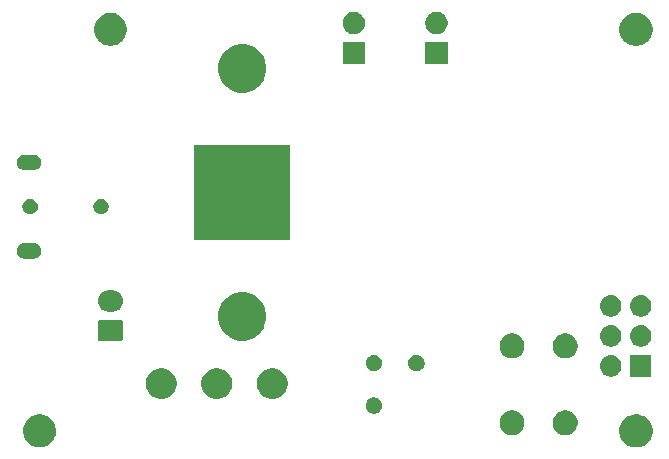
<source format=gbs>
G04 #@! TF.GenerationSoftware,KiCad,Pcbnew,5.1.4-e60b266~84~ubuntu18.04.1*
G04 #@! TF.CreationDate,2019-10-05T11:36:13+05:30*
G04 #@! TF.ProjectId,SensePi_rev5_main,53656e73-6550-4695-9f72-6576355f6d61,rev?*
G04 #@! TF.SameCoordinates,Original*
G04 #@! TF.FileFunction,Soldermask,Bot*
G04 #@! TF.FilePolarity,Negative*
%FSLAX46Y46*%
G04 Gerber Fmt 4.6, Leading zero omitted, Abs format (unit mm)*
G04 Created by KiCad (PCBNEW 5.1.4-e60b266~84~ubuntu18.04.1) date 2019-10-05 11:36:13*
%MOMM*%
%LPD*%
G04 APERTURE LIST*
%ADD10C,0.100000*%
G04 APERTURE END LIST*
D10*
G36*
X63793972Y-45630027D02*
G01*
X63908657Y-45652839D01*
X64014267Y-45696585D01*
X64163621Y-45758449D01*
X64163622Y-45758450D01*
X64393086Y-45911772D01*
X64588228Y-46106914D01*
X64690675Y-46260237D01*
X64741551Y-46336379D01*
X64769359Y-46403514D01*
X64847161Y-46591343D01*
X64901000Y-46862014D01*
X64901000Y-47137986D01*
X64858630Y-47351000D01*
X64847161Y-47408656D01*
X64741551Y-47663621D01*
X64741550Y-47663622D01*
X64588228Y-47893086D01*
X64393086Y-48088228D01*
X64239763Y-48190675D01*
X64163621Y-48241551D01*
X64014267Y-48303415D01*
X63908657Y-48347161D01*
X63818433Y-48365107D01*
X63637988Y-48401000D01*
X63362012Y-48401000D01*
X63181567Y-48365107D01*
X63091343Y-48347161D01*
X62985733Y-48303415D01*
X62836379Y-48241551D01*
X62760237Y-48190675D01*
X62606914Y-48088228D01*
X62411772Y-47893086D01*
X62258450Y-47663622D01*
X62258449Y-47663621D01*
X62152839Y-47408656D01*
X62141371Y-47351000D01*
X62099000Y-47137986D01*
X62099000Y-46862014D01*
X62152839Y-46591343D01*
X62230641Y-46403514D01*
X62258449Y-46336379D01*
X62309325Y-46260237D01*
X62411772Y-46106914D01*
X62606914Y-45911772D01*
X62836378Y-45758450D01*
X62836379Y-45758449D01*
X62985733Y-45696585D01*
X63091343Y-45652839D01*
X63206028Y-45630027D01*
X63362012Y-45599000D01*
X63637988Y-45599000D01*
X63793972Y-45630027D01*
X63793972Y-45630027D01*
G37*
G36*
X13293972Y-45630027D02*
G01*
X13408657Y-45652839D01*
X13514267Y-45696585D01*
X13663621Y-45758449D01*
X13663622Y-45758450D01*
X13893086Y-45911772D01*
X14088228Y-46106914D01*
X14190675Y-46260237D01*
X14241551Y-46336379D01*
X14269359Y-46403514D01*
X14347161Y-46591343D01*
X14401000Y-46862014D01*
X14401000Y-47137986D01*
X14358630Y-47351000D01*
X14347161Y-47408656D01*
X14241551Y-47663621D01*
X14241550Y-47663622D01*
X14088228Y-47893086D01*
X13893086Y-48088228D01*
X13739763Y-48190675D01*
X13663621Y-48241551D01*
X13514267Y-48303415D01*
X13408657Y-48347161D01*
X13318433Y-48365107D01*
X13137988Y-48401000D01*
X12862012Y-48401000D01*
X12681567Y-48365107D01*
X12591343Y-48347161D01*
X12485733Y-48303415D01*
X12336379Y-48241551D01*
X12260237Y-48190675D01*
X12106914Y-48088228D01*
X11911772Y-47893086D01*
X11758450Y-47663622D01*
X11758449Y-47663621D01*
X11652839Y-47408656D01*
X11641371Y-47351000D01*
X11599000Y-47137986D01*
X11599000Y-46862014D01*
X11652839Y-46591343D01*
X11730641Y-46403514D01*
X11758449Y-46336379D01*
X11809325Y-46260237D01*
X11911772Y-46106914D01*
X12106914Y-45911772D01*
X12336378Y-45758450D01*
X12336379Y-45758449D01*
X12485733Y-45696585D01*
X12591343Y-45652839D01*
X12706028Y-45630027D01*
X12862012Y-45599000D01*
X13137988Y-45599000D01*
X13293972Y-45630027D01*
X13293972Y-45630027D01*
G37*
G36*
X57806564Y-45289389D02*
G01*
X57997833Y-45368615D01*
X57997835Y-45368616D01*
X58169973Y-45483635D01*
X58316365Y-45630027D01*
X58402175Y-45758450D01*
X58431385Y-45802167D01*
X58510611Y-45993436D01*
X58551000Y-46196484D01*
X58551000Y-46403516D01*
X58510611Y-46606564D01*
X58431385Y-46797833D01*
X58431384Y-46797835D01*
X58316365Y-46969973D01*
X58169973Y-47116365D01*
X57997835Y-47231384D01*
X57997834Y-47231385D01*
X57997833Y-47231385D01*
X57806564Y-47310611D01*
X57603516Y-47351000D01*
X57396484Y-47351000D01*
X57193436Y-47310611D01*
X57002167Y-47231385D01*
X57002166Y-47231385D01*
X57002165Y-47231384D01*
X56830027Y-47116365D01*
X56683635Y-46969973D01*
X56568616Y-46797835D01*
X56568615Y-46797833D01*
X56489389Y-46606564D01*
X56449000Y-46403516D01*
X56449000Y-46196484D01*
X56489389Y-45993436D01*
X56568615Y-45802167D01*
X56597826Y-45758450D01*
X56683635Y-45630027D01*
X56830027Y-45483635D01*
X57002165Y-45368616D01*
X57002167Y-45368615D01*
X57193436Y-45289389D01*
X57396484Y-45249000D01*
X57603516Y-45249000D01*
X57806564Y-45289389D01*
X57806564Y-45289389D01*
G37*
G36*
X53306564Y-45289389D02*
G01*
X53497833Y-45368615D01*
X53497835Y-45368616D01*
X53669973Y-45483635D01*
X53816365Y-45630027D01*
X53902175Y-45758450D01*
X53931385Y-45802167D01*
X54010611Y-45993436D01*
X54051000Y-46196484D01*
X54051000Y-46403516D01*
X54010611Y-46606564D01*
X53931385Y-46797833D01*
X53931384Y-46797835D01*
X53816365Y-46969973D01*
X53669973Y-47116365D01*
X53497835Y-47231384D01*
X53497834Y-47231385D01*
X53497833Y-47231385D01*
X53306564Y-47310611D01*
X53103516Y-47351000D01*
X52896484Y-47351000D01*
X52693436Y-47310611D01*
X52502167Y-47231385D01*
X52502166Y-47231385D01*
X52502165Y-47231384D01*
X52330027Y-47116365D01*
X52183635Y-46969973D01*
X52068616Y-46797835D01*
X52068615Y-46797833D01*
X51989389Y-46606564D01*
X51949000Y-46403516D01*
X51949000Y-46196484D01*
X51989389Y-45993436D01*
X52068615Y-45802167D01*
X52097826Y-45758450D01*
X52183635Y-45630027D01*
X52330027Y-45483635D01*
X52502165Y-45368616D01*
X52502167Y-45368615D01*
X52693436Y-45289389D01*
X52896484Y-45249000D01*
X53103516Y-45249000D01*
X53306564Y-45289389D01*
X53306564Y-45289389D01*
G37*
G36*
X41508473Y-44171938D02*
G01*
X41636049Y-44224782D01*
X41750859Y-44301495D01*
X41848505Y-44399141D01*
X41925218Y-44513951D01*
X41978062Y-44641527D01*
X42005000Y-44776956D01*
X42005000Y-44915044D01*
X41978062Y-45050473D01*
X41925218Y-45178049D01*
X41848505Y-45292859D01*
X41750859Y-45390505D01*
X41636049Y-45467218D01*
X41508473Y-45520062D01*
X41373044Y-45547000D01*
X41234956Y-45547000D01*
X41099527Y-45520062D01*
X40971951Y-45467218D01*
X40857141Y-45390505D01*
X40759495Y-45292859D01*
X40682782Y-45178049D01*
X40629938Y-45050473D01*
X40603000Y-44915044D01*
X40603000Y-44776956D01*
X40629938Y-44641527D01*
X40682782Y-44513951D01*
X40759495Y-44399141D01*
X40857141Y-44301495D01*
X40971951Y-44224782D01*
X41099527Y-44171938D01*
X41234956Y-44145000D01*
X41373044Y-44145000D01*
X41508473Y-44171938D01*
X41508473Y-44171938D01*
G37*
G36*
X23679487Y-41748996D02*
G01*
X23914804Y-41846468D01*
X23916255Y-41847069D01*
X23958383Y-41875218D01*
X24129339Y-41989447D01*
X24310553Y-42170661D01*
X24452932Y-42383747D01*
X24551004Y-42620513D01*
X24601000Y-42871861D01*
X24601000Y-43128139D01*
X24551004Y-43379487D01*
X24452932Y-43616253D01*
X24452931Y-43616255D01*
X24310553Y-43829339D01*
X24129339Y-44010553D01*
X23916255Y-44152931D01*
X23916254Y-44152932D01*
X23916253Y-44152932D01*
X23679487Y-44251004D01*
X23428139Y-44301000D01*
X23171861Y-44301000D01*
X22920513Y-44251004D01*
X22683747Y-44152932D01*
X22683746Y-44152932D01*
X22683745Y-44152931D01*
X22470661Y-44010553D01*
X22289447Y-43829339D01*
X22147069Y-43616255D01*
X22147068Y-43616253D01*
X22048996Y-43379487D01*
X21999000Y-43128139D01*
X21999000Y-42871861D01*
X22048996Y-42620513D01*
X22147068Y-42383747D01*
X22289447Y-42170661D01*
X22470661Y-41989447D01*
X22641617Y-41875218D01*
X22683745Y-41847069D01*
X22685196Y-41846468D01*
X22920513Y-41748996D01*
X23171861Y-41699000D01*
X23428139Y-41699000D01*
X23679487Y-41748996D01*
X23679487Y-41748996D01*
G37*
G36*
X33079487Y-41748996D02*
G01*
X33314804Y-41846468D01*
X33316255Y-41847069D01*
X33358383Y-41875218D01*
X33529339Y-41989447D01*
X33710553Y-42170661D01*
X33852932Y-42383747D01*
X33951004Y-42620513D01*
X34001000Y-42871861D01*
X34001000Y-43128139D01*
X33951004Y-43379487D01*
X33852932Y-43616253D01*
X33852931Y-43616255D01*
X33710553Y-43829339D01*
X33529339Y-44010553D01*
X33316255Y-44152931D01*
X33316254Y-44152932D01*
X33316253Y-44152932D01*
X33079487Y-44251004D01*
X32828139Y-44301000D01*
X32571861Y-44301000D01*
X32320513Y-44251004D01*
X32083747Y-44152932D01*
X32083746Y-44152932D01*
X32083745Y-44152931D01*
X31870661Y-44010553D01*
X31689447Y-43829339D01*
X31547069Y-43616255D01*
X31547068Y-43616253D01*
X31448996Y-43379487D01*
X31399000Y-43128139D01*
X31399000Y-42871861D01*
X31448996Y-42620513D01*
X31547068Y-42383747D01*
X31689447Y-42170661D01*
X31870661Y-41989447D01*
X32041617Y-41875218D01*
X32083745Y-41847069D01*
X32085196Y-41846468D01*
X32320513Y-41748996D01*
X32571861Y-41699000D01*
X32828139Y-41699000D01*
X33079487Y-41748996D01*
X33079487Y-41748996D01*
G37*
G36*
X28379487Y-41748996D02*
G01*
X28614804Y-41846468D01*
X28616255Y-41847069D01*
X28658383Y-41875218D01*
X28829339Y-41989447D01*
X29010553Y-42170661D01*
X29152932Y-42383747D01*
X29251004Y-42620513D01*
X29301000Y-42871861D01*
X29301000Y-43128139D01*
X29251004Y-43379487D01*
X29152932Y-43616253D01*
X29152931Y-43616255D01*
X29010553Y-43829339D01*
X28829339Y-44010553D01*
X28616255Y-44152931D01*
X28616254Y-44152932D01*
X28616253Y-44152932D01*
X28379487Y-44251004D01*
X28128139Y-44301000D01*
X27871861Y-44301000D01*
X27620513Y-44251004D01*
X27383747Y-44152932D01*
X27383746Y-44152932D01*
X27383745Y-44152931D01*
X27170661Y-44010553D01*
X26989447Y-43829339D01*
X26847069Y-43616255D01*
X26847068Y-43616253D01*
X26748996Y-43379487D01*
X26699000Y-43128139D01*
X26699000Y-42871861D01*
X26748996Y-42620513D01*
X26847068Y-42383747D01*
X26989447Y-42170661D01*
X27170661Y-41989447D01*
X27341617Y-41875218D01*
X27383745Y-41847069D01*
X27385196Y-41846468D01*
X27620513Y-41748996D01*
X27871861Y-41699000D01*
X28128139Y-41699000D01*
X28379487Y-41748996D01*
X28379487Y-41748996D01*
G37*
G36*
X64801000Y-42401000D02*
G01*
X62999000Y-42401000D01*
X62999000Y-40599000D01*
X64801000Y-40599000D01*
X64801000Y-42401000D01*
X64801000Y-42401000D01*
G37*
G36*
X61470443Y-40605519D02*
G01*
X61536627Y-40612037D01*
X61706466Y-40663557D01*
X61862991Y-40747222D01*
X61898729Y-40776552D01*
X62000186Y-40859814D01*
X62083448Y-40961271D01*
X62112778Y-40997009D01*
X62196443Y-41153534D01*
X62247963Y-41323373D01*
X62265359Y-41500000D01*
X62247963Y-41676627D01*
X62196443Y-41846466D01*
X62112778Y-42002991D01*
X62083448Y-42038729D01*
X62000186Y-42140186D01*
X61898729Y-42223448D01*
X61862991Y-42252778D01*
X61706466Y-42336443D01*
X61536627Y-42387963D01*
X61470443Y-42394481D01*
X61404260Y-42401000D01*
X61315740Y-42401000D01*
X61249557Y-42394481D01*
X61183373Y-42387963D01*
X61013534Y-42336443D01*
X60857009Y-42252778D01*
X60821271Y-42223448D01*
X60719814Y-42140186D01*
X60636552Y-42038729D01*
X60607222Y-42002991D01*
X60523557Y-41846466D01*
X60472037Y-41676627D01*
X60454641Y-41500000D01*
X60472037Y-41323373D01*
X60523557Y-41153534D01*
X60607222Y-40997009D01*
X60636552Y-40961271D01*
X60719814Y-40859814D01*
X60821271Y-40776552D01*
X60857009Y-40747222D01*
X61013534Y-40663557D01*
X61183373Y-40612037D01*
X61249557Y-40605519D01*
X61315740Y-40599000D01*
X61404260Y-40599000D01*
X61470443Y-40605519D01*
X61470443Y-40605519D01*
G37*
G36*
X45100473Y-40579938D02*
G01*
X45228049Y-40632782D01*
X45342859Y-40709495D01*
X45440505Y-40807141D01*
X45517218Y-40921951D01*
X45570062Y-41049527D01*
X45597000Y-41184956D01*
X45597000Y-41323044D01*
X45570062Y-41458473D01*
X45517218Y-41586049D01*
X45440505Y-41700859D01*
X45342859Y-41798505D01*
X45228049Y-41875218D01*
X45100473Y-41928062D01*
X44965044Y-41955000D01*
X44826956Y-41955000D01*
X44691527Y-41928062D01*
X44563951Y-41875218D01*
X44449141Y-41798505D01*
X44351495Y-41700859D01*
X44274782Y-41586049D01*
X44221938Y-41458473D01*
X44195000Y-41323044D01*
X44195000Y-41184956D01*
X44221938Y-41049527D01*
X44274782Y-40921951D01*
X44351495Y-40807141D01*
X44449141Y-40709495D01*
X44563951Y-40632782D01*
X44691527Y-40579938D01*
X44826956Y-40553000D01*
X44965044Y-40553000D01*
X45100473Y-40579938D01*
X45100473Y-40579938D01*
G37*
G36*
X41508473Y-40579938D02*
G01*
X41636049Y-40632782D01*
X41750859Y-40709495D01*
X41848505Y-40807141D01*
X41925218Y-40921951D01*
X41978062Y-41049527D01*
X42005000Y-41184956D01*
X42005000Y-41323044D01*
X41978062Y-41458473D01*
X41925218Y-41586049D01*
X41848505Y-41700859D01*
X41750859Y-41798505D01*
X41636049Y-41875218D01*
X41508473Y-41928062D01*
X41373044Y-41955000D01*
X41234956Y-41955000D01*
X41099527Y-41928062D01*
X40971951Y-41875218D01*
X40857141Y-41798505D01*
X40759495Y-41700859D01*
X40682782Y-41586049D01*
X40629938Y-41458473D01*
X40603000Y-41323044D01*
X40603000Y-41184956D01*
X40629938Y-41049527D01*
X40682782Y-40921951D01*
X40759495Y-40807141D01*
X40857141Y-40709495D01*
X40971951Y-40632782D01*
X41099527Y-40579938D01*
X41234956Y-40553000D01*
X41373044Y-40553000D01*
X41508473Y-40579938D01*
X41508473Y-40579938D01*
G37*
G36*
X57806564Y-38789389D02*
G01*
X57997833Y-38868615D01*
X57997835Y-38868616D01*
X58169973Y-38983635D01*
X58316365Y-39130027D01*
X58375212Y-39218097D01*
X58431385Y-39302167D01*
X58510611Y-39493436D01*
X58551000Y-39696484D01*
X58551000Y-39903516D01*
X58510611Y-40106564D01*
X58431385Y-40297833D01*
X58431384Y-40297835D01*
X58316365Y-40469973D01*
X58169973Y-40616365D01*
X57997835Y-40731384D01*
X57997834Y-40731385D01*
X57997833Y-40731385D01*
X57806564Y-40810611D01*
X57603516Y-40851000D01*
X57396484Y-40851000D01*
X57193436Y-40810611D01*
X57002167Y-40731385D01*
X57002166Y-40731385D01*
X57002165Y-40731384D01*
X56830027Y-40616365D01*
X56683635Y-40469973D01*
X56568616Y-40297835D01*
X56568615Y-40297833D01*
X56489389Y-40106564D01*
X56449000Y-39903516D01*
X56449000Y-39696484D01*
X56489389Y-39493436D01*
X56568615Y-39302167D01*
X56624789Y-39218097D01*
X56683635Y-39130027D01*
X56830027Y-38983635D01*
X57002165Y-38868616D01*
X57002167Y-38868615D01*
X57193436Y-38789389D01*
X57396484Y-38749000D01*
X57603516Y-38749000D01*
X57806564Y-38789389D01*
X57806564Y-38789389D01*
G37*
G36*
X53306564Y-38789389D02*
G01*
X53497833Y-38868615D01*
X53497835Y-38868616D01*
X53669973Y-38983635D01*
X53816365Y-39130027D01*
X53875212Y-39218097D01*
X53931385Y-39302167D01*
X54010611Y-39493436D01*
X54051000Y-39696484D01*
X54051000Y-39903516D01*
X54010611Y-40106564D01*
X53931385Y-40297833D01*
X53931384Y-40297835D01*
X53816365Y-40469973D01*
X53669973Y-40616365D01*
X53497835Y-40731384D01*
X53497834Y-40731385D01*
X53497833Y-40731385D01*
X53306564Y-40810611D01*
X53103516Y-40851000D01*
X52896484Y-40851000D01*
X52693436Y-40810611D01*
X52502167Y-40731385D01*
X52502166Y-40731385D01*
X52502165Y-40731384D01*
X52330027Y-40616365D01*
X52183635Y-40469973D01*
X52068616Y-40297835D01*
X52068615Y-40297833D01*
X51989389Y-40106564D01*
X51949000Y-39903516D01*
X51949000Y-39696484D01*
X51989389Y-39493436D01*
X52068615Y-39302167D01*
X52124789Y-39218097D01*
X52183635Y-39130027D01*
X52330027Y-38983635D01*
X52502165Y-38868616D01*
X52502167Y-38868615D01*
X52693436Y-38789389D01*
X52896484Y-38749000D01*
X53103516Y-38749000D01*
X53306564Y-38789389D01*
X53306564Y-38789389D01*
G37*
G36*
X61470442Y-38065518D02*
G01*
X61536627Y-38072037D01*
X61706466Y-38123557D01*
X61862991Y-38207222D01*
X61898729Y-38236552D01*
X62000186Y-38319814D01*
X62083448Y-38421271D01*
X62112778Y-38457009D01*
X62196443Y-38613534D01*
X62247963Y-38783373D01*
X62265359Y-38960000D01*
X62247963Y-39136627D01*
X62196443Y-39306466D01*
X62112778Y-39462991D01*
X62087793Y-39493435D01*
X62000186Y-39600186D01*
X61898729Y-39683448D01*
X61862991Y-39712778D01*
X61706466Y-39796443D01*
X61536627Y-39847963D01*
X61470442Y-39854482D01*
X61404260Y-39861000D01*
X61315740Y-39861000D01*
X61249558Y-39854482D01*
X61183373Y-39847963D01*
X61013534Y-39796443D01*
X60857009Y-39712778D01*
X60821271Y-39683448D01*
X60719814Y-39600186D01*
X60632207Y-39493435D01*
X60607222Y-39462991D01*
X60523557Y-39306466D01*
X60472037Y-39136627D01*
X60454641Y-38960000D01*
X60472037Y-38783373D01*
X60523557Y-38613534D01*
X60607222Y-38457009D01*
X60636552Y-38421271D01*
X60719814Y-38319814D01*
X60821271Y-38236552D01*
X60857009Y-38207222D01*
X61013534Y-38123557D01*
X61183373Y-38072037D01*
X61249558Y-38065518D01*
X61315740Y-38059000D01*
X61404260Y-38059000D01*
X61470442Y-38065518D01*
X61470442Y-38065518D01*
G37*
G36*
X64010442Y-38065518D02*
G01*
X64076627Y-38072037D01*
X64246466Y-38123557D01*
X64402991Y-38207222D01*
X64438729Y-38236552D01*
X64540186Y-38319814D01*
X64623448Y-38421271D01*
X64652778Y-38457009D01*
X64736443Y-38613534D01*
X64787963Y-38783373D01*
X64805359Y-38960000D01*
X64787963Y-39136627D01*
X64736443Y-39306466D01*
X64652778Y-39462991D01*
X64627793Y-39493435D01*
X64540186Y-39600186D01*
X64438729Y-39683448D01*
X64402991Y-39712778D01*
X64246466Y-39796443D01*
X64076627Y-39847963D01*
X64010442Y-39854482D01*
X63944260Y-39861000D01*
X63855740Y-39861000D01*
X63789558Y-39854482D01*
X63723373Y-39847963D01*
X63553534Y-39796443D01*
X63397009Y-39712778D01*
X63361271Y-39683448D01*
X63259814Y-39600186D01*
X63172207Y-39493435D01*
X63147222Y-39462991D01*
X63063557Y-39306466D01*
X63012037Y-39136627D01*
X62994641Y-38960000D01*
X63012037Y-38783373D01*
X63063557Y-38613534D01*
X63147222Y-38457009D01*
X63176552Y-38421271D01*
X63259814Y-38319814D01*
X63361271Y-38236552D01*
X63397009Y-38207222D01*
X63553534Y-38123557D01*
X63723373Y-38072037D01*
X63789558Y-38065518D01*
X63855740Y-38059000D01*
X63944260Y-38059000D01*
X64010442Y-38065518D01*
X64010442Y-38065518D01*
G37*
G36*
X19908600Y-37602989D02*
G01*
X19941652Y-37613015D01*
X19972103Y-37629292D01*
X19998799Y-37651201D01*
X20020708Y-37677897D01*
X20036985Y-37708348D01*
X20047011Y-37741400D01*
X20051000Y-37781903D01*
X20051000Y-39218097D01*
X20047011Y-39258600D01*
X20036985Y-39291652D01*
X20020708Y-39322103D01*
X19998799Y-39348799D01*
X19972103Y-39370708D01*
X19941652Y-39386985D01*
X19908600Y-39397011D01*
X19868097Y-39401000D01*
X18131903Y-39401000D01*
X18091400Y-39397011D01*
X18058348Y-39386985D01*
X18027897Y-39370708D01*
X18001201Y-39348799D01*
X17979292Y-39322103D01*
X17963015Y-39291652D01*
X17952989Y-39258600D01*
X17949000Y-39218097D01*
X17949000Y-37781903D01*
X17952989Y-37741400D01*
X17963015Y-37708348D01*
X17979292Y-37677897D01*
X18001201Y-37651201D01*
X18027897Y-37629292D01*
X18058348Y-37613015D01*
X18091400Y-37602989D01*
X18131903Y-37599000D01*
X19868097Y-37599000D01*
X19908600Y-37602989D01*
X19908600Y-37602989D01*
G37*
G36*
X30748254Y-35327818D02*
G01*
X31121511Y-35482426D01*
X31121513Y-35482427D01*
X31457436Y-35706884D01*
X31743116Y-35992564D01*
X31910702Y-36243373D01*
X31967574Y-36328489D01*
X32122182Y-36701746D01*
X32201000Y-37097993D01*
X32201000Y-37502007D01*
X32122182Y-37898254D01*
X32028858Y-38123558D01*
X31967573Y-38271513D01*
X31743116Y-38607436D01*
X31457436Y-38893116D01*
X31121513Y-39117573D01*
X31121512Y-39117574D01*
X31121511Y-39117574D01*
X30748254Y-39272182D01*
X30352007Y-39351000D01*
X29947993Y-39351000D01*
X29551746Y-39272182D01*
X29178489Y-39117574D01*
X29178488Y-39117574D01*
X29178487Y-39117573D01*
X28842564Y-38893116D01*
X28556884Y-38607436D01*
X28332427Y-38271513D01*
X28271142Y-38123558D01*
X28177818Y-37898254D01*
X28099000Y-37502007D01*
X28099000Y-37097993D01*
X28177818Y-36701746D01*
X28332426Y-36328489D01*
X28389299Y-36243373D01*
X28556884Y-35992564D01*
X28842564Y-35706884D01*
X29178487Y-35482427D01*
X29178489Y-35482426D01*
X29551746Y-35327818D01*
X29947993Y-35249000D01*
X30352007Y-35249000D01*
X30748254Y-35327818D01*
X30748254Y-35327818D01*
G37*
G36*
X64010443Y-35525519D02*
G01*
X64076627Y-35532037D01*
X64246466Y-35583557D01*
X64402991Y-35667222D01*
X64438729Y-35696552D01*
X64540186Y-35779814D01*
X64623448Y-35881271D01*
X64652778Y-35917009D01*
X64736443Y-36073534D01*
X64787963Y-36243373D01*
X64805359Y-36420000D01*
X64787963Y-36596627D01*
X64736443Y-36766466D01*
X64652778Y-36922991D01*
X64623448Y-36958729D01*
X64540186Y-37060186D01*
X64438729Y-37143448D01*
X64402991Y-37172778D01*
X64246466Y-37256443D01*
X64076627Y-37307963D01*
X64010442Y-37314482D01*
X63944260Y-37321000D01*
X63855740Y-37321000D01*
X63789558Y-37314482D01*
X63723373Y-37307963D01*
X63553534Y-37256443D01*
X63397009Y-37172778D01*
X63361271Y-37143448D01*
X63259814Y-37060186D01*
X63176552Y-36958729D01*
X63147222Y-36922991D01*
X63063557Y-36766466D01*
X63012037Y-36596627D01*
X62994641Y-36420000D01*
X63012037Y-36243373D01*
X63063557Y-36073534D01*
X63147222Y-35917009D01*
X63176552Y-35881271D01*
X63259814Y-35779814D01*
X63361271Y-35696552D01*
X63397009Y-35667222D01*
X63553534Y-35583557D01*
X63723373Y-35532037D01*
X63789557Y-35525519D01*
X63855740Y-35519000D01*
X63944260Y-35519000D01*
X64010443Y-35525519D01*
X64010443Y-35525519D01*
G37*
G36*
X61470443Y-35525519D02*
G01*
X61536627Y-35532037D01*
X61706466Y-35583557D01*
X61862991Y-35667222D01*
X61898729Y-35696552D01*
X62000186Y-35779814D01*
X62083448Y-35881271D01*
X62112778Y-35917009D01*
X62196443Y-36073534D01*
X62247963Y-36243373D01*
X62265359Y-36420000D01*
X62247963Y-36596627D01*
X62196443Y-36766466D01*
X62112778Y-36922991D01*
X62083448Y-36958729D01*
X62000186Y-37060186D01*
X61898729Y-37143448D01*
X61862991Y-37172778D01*
X61706466Y-37256443D01*
X61536627Y-37307963D01*
X61470442Y-37314482D01*
X61404260Y-37321000D01*
X61315740Y-37321000D01*
X61249558Y-37314482D01*
X61183373Y-37307963D01*
X61013534Y-37256443D01*
X60857009Y-37172778D01*
X60821271Y-37143448D01*
X60719814Y-37060186D01*
X60636552Y-36958729D01*
X60607222Y-36922991D01*
X60523557Y-36766466D01*
X60472037Y-36596627D01*
X60454641Y-36420000D01*
X60472037Y-36243373D01*
X60523557Y-36073534D01*
X60607222Y-35917009D01*
X60636552Y-35881271D01*
X60719814Y-35779814D01*
X60821271Y-35696552D01*
X60857009Y-35667222D01*
X61013534Y-35583557D01*
X61183373Y-35532037D01*
X61249557Y-35525519D01*
X61315740Y-35519000D01*
X61404260Y-35519000D01*
X61470443Y-35525519D01*
X61470443Y-35525519D01*
G37*
G36*
X19260442Y-35105518D02*
G01*
X19326627Y-35112037D01*
X19496466Y-35163557D01*
X19652991Y-35247222D01*
X19655157Y-35249000D01*
X19790186Y-35359814D01*
X19873448Y-35461271D01*
X19902778Y-35497009D01*
X19986443Y-35653534D01*
X20037963Y-35823373D01*
X20055359Y-36000000D01*
X20037963Y-36176627D01*
X19986443Y-36346466D01*
X19902778Y-36502991D01*
X19873448Y-36538729D01*
X19790186Y-36640186D01*
X19688729Y-36723448D01*
X19652991Y-36752778D01*
X19496466Y-36836443D01*
X19326627Y-36887963D01*
X19260443Y-36894481D01*
X19194260Y-36901000D01*
X18805740Y-36901000D01*
X18739557Y-36894481D01*
X18673373Y-36887963D01*
X18503534Y-36836443D01*
X18347009Y-36752778D01*
X18311271Y-36723448D01*
X18209814Y-36640186D01*
X18126552Y-36538729D01*
X18097222Y-36502991D01*
X18013557Y-36346466D01*
X17962037Y-36176627D01*
X17944641Y-36000000D01*
X17962037Y-35823373D01*
X18013557Y-35653534D01*
X18097222Y-35497009D01*
X18126552Y-35461271D01*
X18209814Y-35359814D01*
X18344843Y-35249000D01*
X18347009Y-35247222D01*
X18503534Y-35163557D01*
X18673373Y-35112037D01*
X18739558Y-35105518D01*
X18805740Y-35099000D01*
X19194260Y-35099000D01*
X19260442Y-35105518D01*
X19260442Y-35105518D01*
G37*
G36*
X12627004Y-31111508D02*
G01*
X12749127Y-31148553D01*
X12861676Y-31208712D01*
X12960327Y-31289672D01*
X13041287Y-31388323D01*
X13101446Y-31500872D01*
X13138491Y-31622995D01*
X13151000Y-31749999D01*
X13151000Y-31750001D01*
X13138491Y-31877005D01*
X13101446Y-31999128D01*
X13041287Y-32111677D01*
X12960327Y-32210328D01*
X12861676Y-32291288D01*
X12749127Y-32351447D01*
X12627004Y-32388492D01*
X12500000Y-32401001D01*
X11700000Y-32401001D01*
X11572996Y-32388492D01*
X11450873Y-32351447D01*
X11338324Y-32291288D01*
X11239673Y-32210328D01*
X11158713Y-32111677D01*
X11098554Y-31999128D01*
X11061509Y-31877005D01*
X11049000Y-31750001D01*
X11049000Y-31749999D01*
X11061509Y-31622995D01*
X11098554Y-31500872D01*
X11158713Y-31388323D01*
X11239673Y-31289672D01*
X11338324Y-31208712D01*
X11450873Y-31148553D01*
X11572996Y-31111508D01*
X11700000Y-31098999D01*
X12500000Y-31098999D01*
X12627004Y-31111508D01*
X12627004Y-31111508D01*
G37*
G36*
X34201000Y-30851000D02*
G01*
X26099000Y-30851000D01*
X26099000Y-22749000D01*
X34201000Y-22749000D01*
X34201000Y-30851000D01*
X34201000Y-30851000D01*
G37*
G36*
X12389890Y-27374017D02*
G01*
X12508364Y-27423091D01*
X12614988Y-27494335D01*
X12705665Y-27585012D01*
X12776909Y-27691636D01*
X12825983Y-27810110D01*
X12851000Y-27935882D01*
X12851000Y-28064118D01*
X12825983Y-28189890D01*
X12776909Y-28308364D01*
X12705665Y-28414988D01*
X12614988Y-28505665D01*
X12508364Y-28576909D01*
X12508363Y-28576910D01*
X12508362Y-28576910D01*
X12389890Y-28625983D01*
X12264119Y-28651000D01*
X12135881Y-28651000D01*
X12010110Y-28625983D01*
X11891638Y-28576910D01*
X11891637Y-28576910D01*
X11891636Y-28576909D01*
X11785012Y-28505665D01*
X11694335Y-28414988D01*
X11623091Y-28308364D01*
X11574017Y-28189890D01*
X11549000Y-28064118D01*
X11549000Y-27935882D01*
X11574017Y-27810110D01*
X11623091Y-27691636D01*
X11694335Y-27585012D01*
X11785012Y-27494335D01*
X11891636Y-27423091D01*
X12010110Y-27374017D01*
X12135881Y-27349000D01*
X12264119Y-27349000D01*
X12389890Y-27374017D01*
X12389890Y-27374017D01*
G37*
G36*
X18389890Y-27374017D02*
G01*
X18508364Y-27423091D01*
X18614988Y-27494335D01*
X18705665Y-27585012D01*
X18776909Y-27691636D01*
X18825983Y-27810110D01*
X18851000Y-27935882D01*
X18851000Y-28064118D01*
X18825983Y-28189890D01*
X18776909Y-28308364D01*
X18705665Y-28414988D01*
X18614988Y-28505665D01*
X18508364Y-28576909D01*
X18508363Y-28576910D01*
X18508362Y-28576910D01*
X18389890Y-28625983D01*
X18264119Y-28651000D01*
X18135881Y-28651000D01*
X18010110Y-28625983D01*
X17891638Y-28576910D01*
X17891637Y-28576910D01*
X17891636Y-28576909D01*
X17785012Y-28505665D01*
X17694335Y-28414988D01*
X17623091Y-28308364D01*
X17574017Y-28189890D01*
X17549000Y-28064118D01*
X17549000Y-27935882D01*
X17574017Y-27810110D01*
X17623091Y-27691636D01*
X17694335Y-27585012D01*
X17785012Y-27494335D01*
X17891636Y-27423091D01*
X18010110Y-27374017D01*
X18135881Y-27349000D01*
X18264119Y-27349000D01*
X18389890Y-27374017D01*
X18389890Y-27374017D01*
G37*
G36*
X12627004Y-23611508D02*
G01*
X12749127Y-23648553D01*
X12861676Y-23708712D01*
X12960327Y-23789672D01*
X13041287Y-23888323D01*
X13101446Y-24000872D01*
X13138491Y-24122995D01*
X13151000Y-24249999D01*
X13151000Y-24250001D01*
X13138491Y-24377005D01*
X13101446Y-24499128D01*
X13041287Y-24611677D01*
X12960327Y-24710328D01*
X12861676Y-24791288D01*
X12749127Y-24851447D01*
X12627004Y-24888492D01*
X12500000Y-24901001D01*
X11700000Y-24901001D01*
X11572996Y-24888492D01*
X11450873Y-24851447D01*
X11338324Y-24791288D01*
X11239673Y-24710328D01*
X11158713Y-24611677D01*
X11098554Y-24499128D01*
X11061509Y-24377005D01*
X11049000Y-24250001D01*
X11049000Y-24249999D01*
X11061509Y-24122995D01*
X11098554Y-24000872D01*
X11158713Y-23888323D01*
X11239673Y-23789672D01*
X11338324Y-23708712D01*
X11450873Y-23648553D01*
X11572996Y-23611508D01*
X11700000Y-23598999D01*
X12500000Y-23598999D01*
X12627004Y-23611508D01*
X12627004Y-23611508D01*
G37*
G36*
X30748254Y-14327818D02*
G01*
X31121511Y-14482426D01*
X31121513Y-14482427D01*
X31457436Y-14706884D01*
X31743116Y-14992564D01*
X31967574Y-15328489D01*
X32122182Y-15701746D01*
X32201000Y-16097993D01*
X32201000Y-16502007D01*
X32122182Y-16898254D01*
X31967574Y-17271511D01*
X31967573Y-17271513D01*
X31743116Y-17607436D01*
X31457436Y-17893116D01*
X31121513Y-18117573D01*
X31121512Y-18117574D01*
X31121511Y-18117574D01*
X30748254Y-18272182D01*
X30352007Y-18351000D01*
X29947993Y-18351000D01*
X29551746Y-18272182D01*
X29178489Y-18117574D01*
X29178488Y-18117574D01*
X29178487Y-18117573D01*
X28842564Y-17893116D01*
X28556884Y-17607436D01*
X28332427Y-17271513D01*
X28332426Y-17271511D01*
X28177818Y-16898254D01*
X28099000Y-16502007D01*
X28099000Y-16097993D01*
X28177818Y-15701746D01*
X28332426Y-15328489D01*
X28556884Y-14992564D01*
X28842564Y-14706884D01*
X29178487Y-14482427D01*
X29178489Y-14482426D01*
X29551746Y-14327818D01*
X29947993Y-14249000D01*
X30352007Y-14249000D01*
X30748254Y-14327818D01*
X30748254Y-14327818D01*
G37*
G36*
X47551000Y-15951000D02*
G01*
X45649000Y-15951000D01*
X45649000Y-14049000D01*
X47551000Y-14049000D01*
X47551000Y-15951000D01*
X47551000Y-15951000D01*
G37*
G36*
X40551000Y-15951000D02*
G01*
X38649000Y-15951000D01*
X38649000Y-14049000D01*
X40551000Y-14049000D01*
X40551000Y-15951000D01*
X40551000Y-15951000D01*
G37*
G36*
X19318433Y-11634893D02*
G01*
X19408657Y-11652839D01*
X19514267Y-11696585D01*
X19663621Y-11758449D01*
X19663622Y-11758450D01*
X19893086Y-11911772D01*
X20088228Y-12106914D01*
X20190675Y-12260237D01*
X20241551Y-12336379D01*
X20347161Y-12591344D01*
X20401000Y-12862012D01*
X20401000Y-13137988D01*
X20347161Y-13408656D01*
X20241551Y-13663621D01*
X20241550Y-13663622D01*
X20088228Y-13893086D01*
X19893086Y-14088228D01*
X19739763Y-14190675D01*
X19663621Y-14241551D01*
X19514267Y-14303415D01*
X19408657Y-14347161D01*
X19318433Y-14365107D01*
X19137988Y-14401000D01*
X18862012Y-14401000D01*
X18681567Y-14365107D01*
X18591343Y-14347161D01*
X18485733Y-14303415D01*
X18336379Y-14241551D01*
X18260237Y-14190675D01*
X18106914Y-14088228D01*
X17911772Y-13893086D01*
X17758450Y-13663622D01*
X17758449Y-13663621D01*
X17652839Y-13408656D01*
X17599000Y-13137988D01*
X17599000Y-12862012D01*
X17652839Y-12591344D01*
X17758449Y-12336379D01*
X17809325Y-12260237D01*
X17911772Y-12106914D01*
X18106914Y-11911772D01*
X18336378Y-11758450D01*
X18336379Y-11758449D01*
X18485733Y-11696585D01*
X18591343Y-11652839D01*
X18681567Y-11634893D01*
X18862012Y-11599000D01*
X19137988Y-11599000D01*
X19318433Y-11634893D01*
X19318433Y-11634893D01*
G37*
G36*
X63818433Y-11634893D02*
G01*
X63908657Y-11652839D01*
X64014267Y-11696585D01*
X64163621Y-11758449D01*
X64163622Y-11758450D01*
X64393086Y-11911772D01*
X64588228Y-12106914D01*
X64690675Y-12260237D01*
X64741551Y-12336379D01*
X64847161Y-12591344D01*
X64901000Y-12862012D01*
X64901000Y-13137988D01*
X64847161Y-13408656D01*
X64741551Y-13663621D01*
X64741550Y-13663622D01*
X64588228Y-13893086D01*
X64393086Y-14088228D01*
X64239763Y-14190675D01*
X64163621Y-14241551D01*
X64014267Y-14303415D01*
X63908657Y-14347161D01*
X63818433Y-14365107D01*
X63637988Y-14401000D01*
X63362012Y-14401000D01*
X63181567Y-14365107D01*
X63091343Y-14347161D01*
X62985733Y-14303415D01*
X62836379Y-14241551D01*
X62760237Y-14190675D01*
X62606914Y-14088228D01*
X62411772Y-13893086D01*
X62258450Y-13663622D01*
X62258449Y-13663621D01*
X62152839Y-13408656D01*
X62099000Y-13137988D01*
X62099000Y-12862012D01*
X62152839Y-12591344D01*
X62258449Y-12336379D01*
X62309325Y-12260237D01*
X62411772Y-12106914D01*
X62606914Y-11911772D01*
X62836378Y-11758450D01*
X62836379Y-11758449D01*
X62985733Y-11696585D01*
X63091343Y-11652839D01*
X63181567Y-11634893D01*
X63362012Y-11599000D01*
X63637988Y-11599000D01*
X63818433Y-11634893D01*
X63818433Y-11634893D01*
G37*
G36*
X46877395Y-11545546D02*
G01*
X47050466Y-11617234D01*
X47127818Y-11668919D01*
X47206227Y-11721310D01*
X47338690Y-11853773D01*
X47391081Y-11932182D01*
X47442766Y-12009534D01*
X47514454Y-12182605D01*
X47551000Y-12366333D01*
X47551000Y-12553667D01*
X47514454Y-12737395D01*
X47442766Y-12910466D01*
X47442765Y-12910467D01*
X47338690Y-13066227D01*
X47206227Y-13198690D01*
X47127818Y-13251081D01*
X47050466Y-13302766D01*
X46877395Y-13374454D01*
X46693667Y-13411000D01*
X46506333Y-13411000D01*
X46322605Y-13374454D01*
X46149534Y-13302766D01*
X46072182Y-13251081D01*
X45993773Y-13198690D01*
X45861310Y-13066227D01*
X45757235Y-12910467D01*
X45757234Y-12910466D01*
X45685546Y-12737395D01*
X45649000Y-12553667D01*
X45649000Y-12366333D01*
X45685546Y-12182605D01*
X45757234Y-12009534D01*
X45808919Y-11932182D01*
X45861310Y-11853773D01*
X45993773Y-11721310D01*
X46072182Y-11668919D01*
X46149534Y-11617234D01*
X46322605Y-11545546D01*
X46506333Y-11509000D01*
X46693667Y-11509000D01*
X46877395Y-11545546D01*
X46877395Y-11545546D01*
G37*
G36*
X39877395Y-11545546D02*
G01*
X40050466Y-11617234D01*
X40127818Y-11668919D01*
X40206227Y-11721310D01*
X40338690Y-11853773D01*
X40391081Y-11932182D01*
X40442766Y-12009534D01*
X40514454Y-12182605D01*
X40551000Y-12366333D01*
X40551000Y-12553667D01*
X40514454Y-12737395D01*
X40442766Y-12910466D01*
X40442765Y-12910467D01*
X40338690Y-13066227D01*
X40206227Y-13198690D01*
X40127818Y-13251081D01*
X40050466Y-13302766D01*
X39877395Y-13374454D01*
X39693667Y-13411000D01*
X39506333Y-13411000D01*
X39322605Y-13374454D01*
X39149534Y-13302766D01*
X39072182Y-13251081D01*
X38993773Y-13198690D01*
X38861310Y-13066227D01*
X38757235Y-12910467D01*
X38757234Y-12910466D01*
X38685546Y-12737395D01*
X38649000Y-12553667D01*
X38649000Y-12366333D01*
X38685546Y-12182605D01*
X38757234Y-12009534D01*
X38808919Y-11932182D01*
X38861310Y-11853773D01*
X38993773Y-11721310D01*
X39072182Y-11668919D01*
X39149534Y-11617234D01*
X39322605Y-11545546D01*
X39506333Y-11509000D01*
X39693667Y-11509000D01*
X39877395Y-11545546D01*
X39877395Y-11545546D01*
G37*
M02*

</source>
